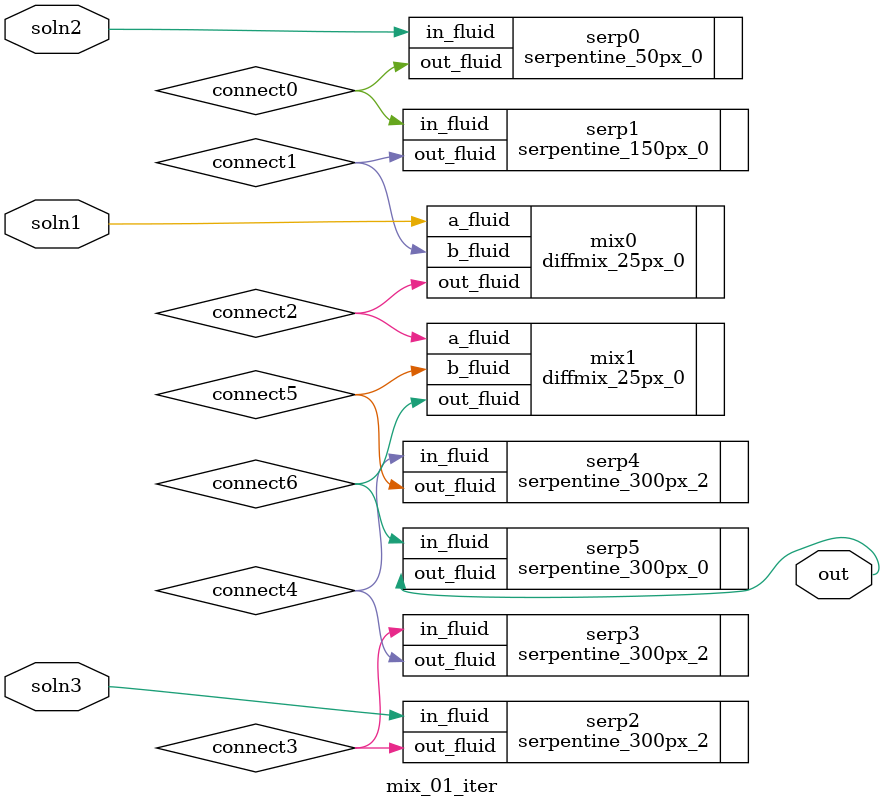
<source format=v>
module mix_01_iter (
    soln1,
    soln2,
    soln3,
    out
);

input   soln1, soln2, soln3;
output  out;


wire    connect0,  connect1,  connect2,  connect3,  connect4,  connect5,  connect6,  connect7,  connect8,  connect9,
        connect10, connect11, connect12;


// Specification
serpentine_50px_0   serp0   (.in_fluid(soln2), .out_fluid(connect0));
serpentine_150px_0  serp1   (.in_fluid(connect0), .out_fluid(connect1));

diffmix_25px_0      mix0    (.a_fluid(soln1), .b_fluid(connect1), .out_fluid(connect2));

serpentine_300px_2  serp2   (.in_fluid(soln3), .out_fluid(connect3));
serpentine_300px_2  serp3   (.in_fluid(connect3), .out_fluid(connect4));
serpentine_300px_2  serp4   (.in_fluid(connect4), .out_fluid(connect5));

diffmix_25px_0      mix1    (.a_fluid(connect2), .b_fluid(connect5), .out_fluid(connect6));

serpentine_300px_0  serp5  (.in_fluid(connect6), .out_fluid(out));

// Implemented
// serpentine_300px_2  serp0   (.in_fluid(soln2), .out_fluid(connect0));

// diffmix_25px_0      mix0    (.a_fluid(soln1), .b_fluid(connect0), .out_fluid(connect1));

// serpentine_300px_2  serp1   (.in_fluid(soln3), .out_fluid(connect2));
// serpentine_300px_2  serp2   (.in_fluid(connect2), .out_fluid(connect3));
// serpentine_300px_2  serp3   (.in_fluid(connect3), .out_fluid(connect4));
// serpentine_300px_2  serp4   (.in_fluid(connect4), .out_fluid(connect5));
// serpentine_300px_2  serp5   (.in_fluid(connect5), .out_fluid(connect6));
// serpentine_300px_2  serp6   (.in_fluid(connect6), .out_fluid(connect7));

// diffmix_25px_0      mix1    (.a_fluid(connect1), .b_fluid(connect7), .out_fluid(connect8));

// serpentine_300px_0  serp7  (.in_fluid(connect8), .out_fluid(out));

endmodule

</source>
